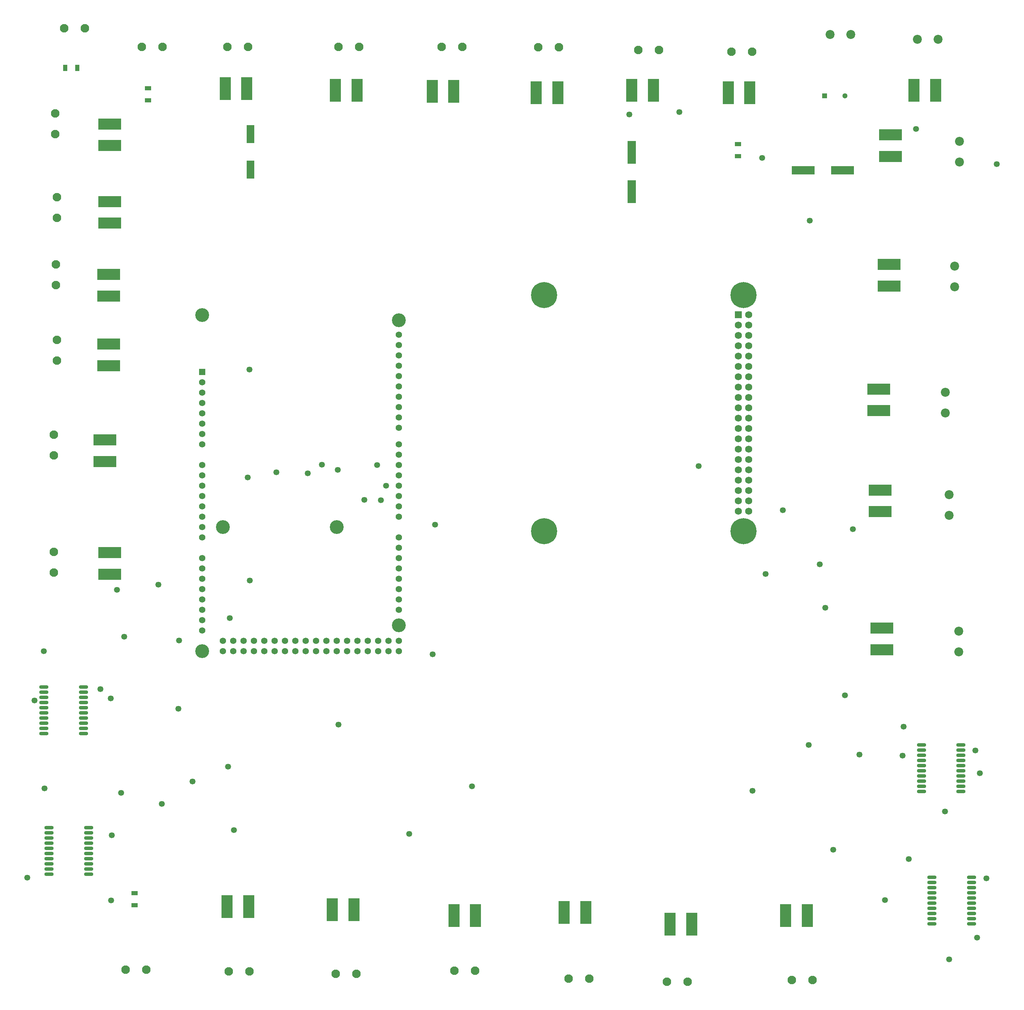
<source format=gbr>
%FSTAX25Y25*%
%MOIN*%
%SFA1B1*%

%IPPOS*%
%ADD11R,0.106299X0.220472*%
%ADD12R,0.220472X0.106299*%
%ADD13R,0.224409X0.078740*%
%ADD14R,0.062992X0.041339*%
%ADD15R,0.078740X0.224409*%
%ADD16R,0.074803X0.173228*%
%ADD17R,0.041339X0.062992*%
%ADD22C,0.051181*%
%ADD30R,0.051181X0.051181*%
%ADD38O,0.090551X0.033465*%
%ADD39C,0.086614*%
%ADD40C,0.082677*%
%ADD41C,0.068110*%
%ADD42C,0.061417*%
%ADD43C,0.251968*%
%ADD44R,0.068110X0.068110*%
%ADD45R,0.061417X0.061417*%
%ADD46C,0.133858*%
%ADD47C,0.057874*%
G54D11*
X0884015Y0887519D03*
X0611377D03*
X0418425Y0886496D03*
X0683582Y0885D03*
X0518937D03*
X0739055Y0089488D03*
X0525078Y0092519D03*
X0418582Y0089488D03*
X062748Y0080984D03*
X0324921Y0887519D03*
X0218425Y0889015D03*
X0301062Y0095D03*
X0199488Y0097992D03*
X0397559Y0886496D03*
X0590511Y0887519D03*
X049807Y0885D03*
X0304055Y0887519D03*
X0197559Y0889015D03*
X0863149Y0887519D03*
X0648346Y0080984D03*
X0545944Y0092519D03*
X0439448Y0089488D03*
X0321929Y0095D03*
X0220354Y0097992D03*
X0759921Y0089488D03*
X0704448Y0885D03*
G54D12*
X0840511Y0823582D03*
X0839015Y0698149D03*
X0830511Y0480078D03*
X0829015Y0577637D03*
X0832007Y0346614D03*
X0085984Y0854921D03*
Y0779921D03*
X0085Y0709448D03*
Y0642007D03*
X0081496Y0549448D03*
X0085984Y0440433D03*
X0832007Y0367519D03*
X0830511Y0500944D03*
X0829015Y0598503D03*
X0839015Y0719015D03*
X0840511Y0844448D03*
X0085984Y0834055D03*
Y0419566D03*
X0085Y0688582D03*
X0085984Y0759055D03*
X0085Y0621141D03*
X0081496Y0528582D03*
G54D13*
X0794094Y081D03*
X0755905D03*
G54D14*
X0692992Y0835314D03*
X0122992Y0889291D03*
X011Y0110984D03*
X0692992Y08237D03*
X0122992Y0877677D03*
X011Y009937D03*
G54D15*
X0590511Y0827598D03*
Y0789409D03*
G54D16*
X0222007Y0845118D03*
Y0810866D03*
G54D17*
X0043188Y0909015D03*
X0054803D03*
G54D22*
X0796338Y0882007D03*
G54D30*
X0776653Y0882007D03*
G54D38*
X0870314Y0254488D03*
Y0249488D03*
Y0244488D03*
Y0239488D03*
Y0234488D03*
Y0229488D03*
Y0224488D03*
Y0219488D03*
Y0214488D03*
Y0209488D03*
X0908503Y0254488D03*
Y0249488D03*
Y0244488D03*
Y0239488D03*
Y0234488D03*
Y0229488D03*
Y0224488D03*
Y0219488D03*
Y0214488D03*
Y0209488D03*
X0060669Y0295511D03*
X006559Y0159488D03*
X0880393Y0126496D03*
Y0121496D03*
Y0116496D03*
Y0111496D03*
Y0106496D03*
Y0101496D03*
Y0096496D03*
Y0091496D03*
Y0086496D03*
Y0081496D03*
X0918582Y0126496D03*
Y0121496D03*
Y0116496D03*
Y0111496D03*
Y0106496D03*
Y0101496D03*
Y0096496D03*
Y0091496D03*
Y0086496D03*
Y0081496D03*
X0022519Y0310511D03*
Y0305511D03*
Y0300511D03*
Y0295511D03*
Y0290511D03*
Y0285511D03*
Y0280511D03*
Y0275511D03*
Y0270511D03*
Y0265511D03*
X0060669Y0310511D03*
Y0305511D03*
Y0300511D03*
Y0290511D03*
Y0285511D03*
Y0280511D03*
Y0275511D03*
Y0270511D03*
Y0265511D03*
X0027401Y0174488D03*
Y0169488D03*
Y0164488D03*
Y0159488D03*
Y0154488D03*
Y0149488D03*
Y0144488D03*
Y0139488D03*
Y0134488D03*
Y0129488D03*
X006559Y0174488D03*
Y0169488D03*
Y0164488D03*
Y0154488D03*
Y0149488D03*
Y0144488D03*
Y0139488D03*
Y0134488D03*
Y0129488D03*
G54D39*
X0866496Y0936771D03*
X0782007Y0941299D03*
X0907007Y0837992D03*
X0902519Y071748D03*
X0893307Y0595511D03*
X0897007Y0496496D03*
X0906299Y0364488D03*
X0897007Y0476496D03*
X0906299Y0344488D03*
X0802007Y0941299D03*
X0886496Y0936771D03*
X0907007Y0817992D03*
X0902519Y069748D03*
X0893307Y0575511D03*
G54D40*
X0686653Y0924803D03*
X0596653Y0926299D03*
X05Y0929015D03*
X0765Y0027007D03*
X0644488Y0025511D03*
X0549488Y0028503D03*
X0439015Y003622D03*
X0406653Y0929291D03*
X0307165D03*
X0199645D03*
X0117165D03*
X0062007Y094748D03*
X0033503Y0845D03*
X0035Y0764015D03*
X0033937Y0699015D03*
X0034921Y0625984D03*
X0324488Y0033228D03*
X0220984Y0035511D03*
X0121496Y0037007D03*
X0032007Y0534488D03*
Y0420984D03*
X0101496Y0037007D03*
X0200984Y0035511D03*
X0304488Y0033228D03*
X0419015Y003622D03*
X0529488Y0028503D03*
X0624488Y0025511D03*
X0745Y0027007D03*
X0616653Y0926299D03*
X0219645Y0929291D03*
X0137165D03*
X0327165D03*
X0426653D03*
X052Y0929015D03*
X0706653Y0924803D03*
X0032007Y0440984D03*
X0042007Y094748D03*
X0033503Y0865D03*
X0035Y0784015D03*
X0032007Y0554488D03*
X0033937Y0719015D03*
X0034921Y0645984D03*
G54D41*
X0693464Y0480354D03*
Y0660354D03*
Y0650354D03*
Y0640354D03*
Y0630354D03*
Y0620354D03*
X0703464Y0670354D03*
Y0660354D03*
Y0650354D03*
Y0640354D03*
Y0630354D03*
Y0620354D03*
X0693464Y0610354D03*
X0703464D03*
X0693464Y0600354D03*
Y0590354D03*
Y0580354D03*
Y0570354D03*
Y0560354D03*
Y0550354D03*
X0703464Y0600354D03*
Y0590354D03*
Y0580354D03*
Y0570354D03*
Y0560354D03*
Y0550354D03*
X0693464Y0540354D03*
X0703464D03*
X0693464Y0530354D03*
Y0520354D03*
Y0510354D03*
Y0500354D03*
Y0490354D03*
X0703464Y0530354D03*
Y0520354D03*
Y0510354D03*
Y0500354D03*
Y0490354D03*
Y0480354D03*
G54D42*
X0195511Y0345D03*
X0295511Y0355D03*
X0305511D03*
X0365511Y0535D03*
X0265511Y0355D03*
X0325511D03*
X0365511Y0545D03*
X0175511Y0605D03*
Y0595D03*
Y0585D03*
Y0575D03*
Y0565D03*
Y0555D03*
Y0545D03*
Y0525D03*
Y0515D03*
Y0505D03*
Y0495D03*
Y0485D03*
Y0475D03*
Y0465D03*
Y0455D03*
Y0435D03*
Y0425D03*
Y0415D03*
Y0405D03*
Y0395D03*
Y0385D03*
Y0375D03*
Y0365D03*
X0195511Y0355D03*
X0205511Y0345D03*
Y0355D03*
X0215511Y0345D03*
Y0355D03*
X0225511Y0345D03*
Y0355D03*
X0235511D03*
Y0345D03*
X0245511Y0355D03*
Y0345D03*
X0255511Y0355D03*
Y0345D03*
X0265511D03*
X0275511Y0355D03*
Y0345D03*
X0285511Y0355D03*
Y0345D03*
X0295511D03*
X0305511D03*
X0315511Y0355D03*
Y0345D03*
X0325511D03*
X0335511Y0355D03*
Y0345D03*
X0345511Y0355D03*
Y0345D03*
X0355511Y0355D03*
Y0345D03*
X0365511Y0355D03*
Y0345D03*
Y0385D03*
Y0395D03*
Y0405D03*
Y0415D03*
Y0425D03*
Y0435D03*
Y0445D03*
Y0455D03*
Y0475D03*
Y0485D03*
Y0495D03*
Y0505D03*
Y0515D03*
Y0525D03*
Y0560984D03*
Y0570984D03*
Y0580984D03*
Y0590984D03*
Y0600984D03*
Y0610984D03*
Y0620984D03*
Y0630984D03*
Y0640984D03*
Y0650984D03*
G54D43*
X0505551Y0689527D03*
Y0461181D03*
X0698464D03*
Y0689527D03*
G54D44*
X0693464Y0670354D03*
G54D45*
X0175511Y0615D03*
G54D46*
X0175511Y067D03*
X0195511Y0465D03*
X0305511D03*
X0365511Y0665D03*
X0175511Y0345D03*
X0365511Y037D03*
G54D47*
X0924015Y0067992D03*
X0857992Y0144015D03*
X0926692Y0227204D03*
X0922519Y0249015D03*
X0852992Y0272007D03*
X0852007Y0244015D03*
X0835Y0104488D03*
X0785Y0152992D03*
X0220984Y0617519D03*
X0219488Y0512992D03*
X0892992Y019D03*
X0772007Y0429015D03*
X0221496Y0413503D03*
X0152992Y0355511D03*
X0347992Y0490984D03*
X0332007Y0491496D03*
X0352992Y0505D03*
X0897007Y0047007D03*
X0707007Y021D03*
X0655Y0524015D03*
X0344251Y0525D03*
X0932992Y0125511D03*
X0761496Y0254488D03*
X0719685Y0419685D03*
X0736496Y0481496D03*
X0777519Y0387007D03*
X0762519Y0761496D03*
X0306496Y0520511D03*
X0277519Y0517007D03*
X0810511Y0245D03*
X0804015Y0462992D03*
X0290984Y0525511D03*
X0796496Y030248D03*
X0435984Y0214488D03*
X0400511Y0467519D03*
X0636496Y0866496D03*
X0587992Y0864015D03*
X0165984Y0219015D03*
X0092992Y0404488D03*
X01Y0359015D03*
X0087007Y0299488D03*
X0087992Y0167007D03*
X0087519Y0104015D03*
X0013503Y0297519D03*
X0022519Y0345D03*
X0247007Y0517992D03*
X0202007Y0377007D03*
X0077007Y0308503D03*
X0152519Y0289488D03*
X0097007Y0207992D03*
X0205984Y0172007D03*
X0375511Y0168503D03*
X0022992Y021248D03*
X0132992Y0409488D03*
X0136496Y0197519D03*
X0307007Y0274015D03*
X0200511Y0233503D03*
X0006496Y0125984D03*
X0397992Y0342007D03*
X0716496Y0822007D03*
X0942992Y0815984D03*
X0865Y085D03*
M02*
</source>
